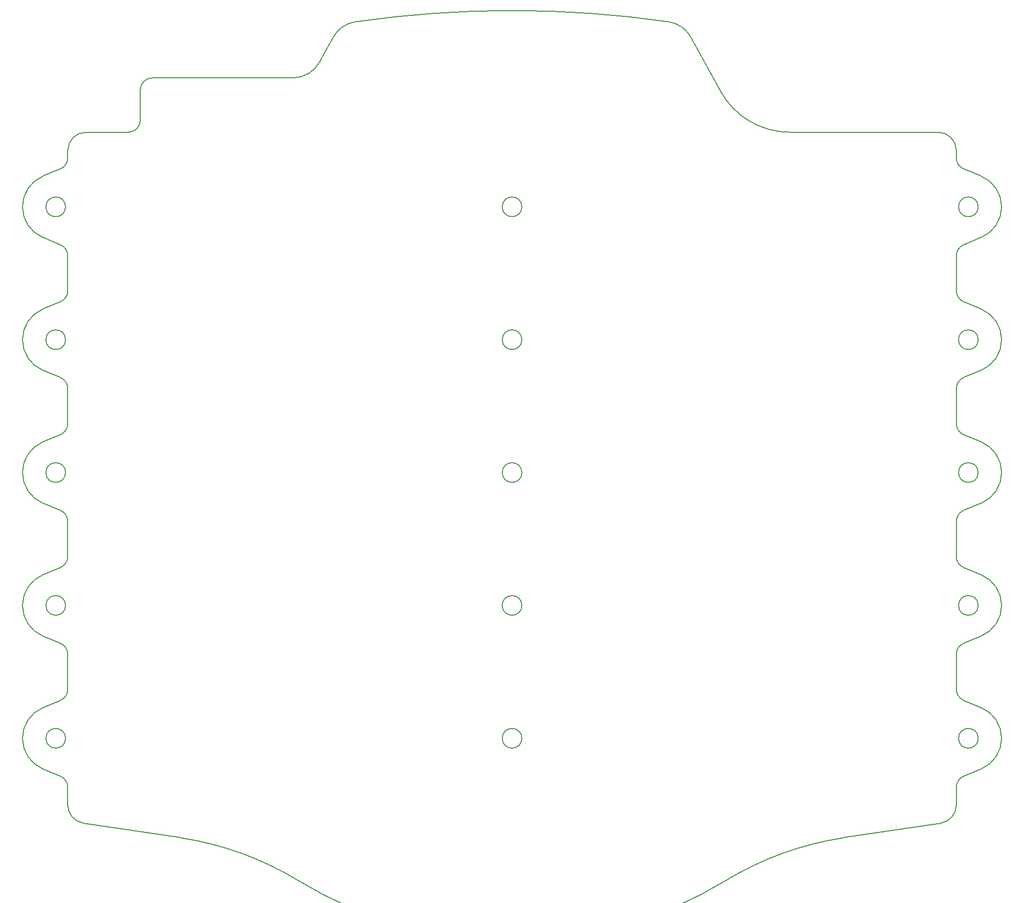
<source format=gbr>
G04 #@! TF.GenerationSoftware,KiCad,Pcbnew,(5.0.0)*
G04 #@! TF.CreationDate,2019-02-19T22:24:29-05:00*
G04 #@! TF.ProjectId,FusIon Pack,467573496F6E205061636B2E6B696361,rev?*
G04 #@! TF.SameCoordinates,Original*
G04 #@! TF.FileFunction,Profile,NP*
%FSLAX46Y46*%
G04 Gerber Fmt 4.6, Leading zero omitted, Abs format (unit mm)*
G04 Created by KiCad (PCBNEW (5.0.0)) date 02/19/19 22:24:29*
%MOMM*%
%LPD*%
G01*
G04 APERTURE LIST*
%ADD10C,0.200000*%
G04 APERTURE END LIST*
D10*
X36395241Y-95918662D02*
X39265367Y-94729817D01*
X36395241Y-117918662D02*
X39265367Y-116729817D01*
X40500000Y-114882058D02*
G75*
G02X39265367Y-116729817I-2000000J0D01*
G01*
X36395241Y-128081338D02*
G75*
G02X36395241Y-117918662I2104759J5081338D01*
G01*
X39265367Y-129270182D02*
G75*
G02X40500000Y-131117941I-765367J-1847759D01*
G01*
X40500000Y-136882058D02*
X40500000Y-131117941D01*
X36395241Y-106081338D02*
G75*
G02X36395241Y-95918662I2104759J5081338D01*
G01*
X39265367Y-107270182D02*
G75*
G02X40500000Y-109117941I-765367J-1847759D01*
G01*
X39265367Y-107270182D02*
X36395241Y-106081337D01*
X39265367Y-129270182D02*
X36395241Y-128081337D01*
X40500000Y-114882058D02*
X40500000Y-109117941D01*
X52500000Y-42650000D02*
G75*
G02X50500000Y-44650000I-2000000J0D01*
G01*
X40500000Y-48882058D02*
G75*
G02X39265367Y-50729817I-2000000J0D01*
G01*
X82143203Y-33051828D02*
G75*
G02X77757861Y-35650000I-4385342J2401828D01*
G01*
X36395241Y-51918662D02*
X39265367Y-50729817D01*
X43500000Y-44650000D02*
X50500000Y-44650000D01*
X82143202Y-33051828D02*
X84413534Y-28906577D01*
X40500000Y-48882058D02*
X40500000Y-47650000D01*
X54500000Y-35650000D02*
X77757861Y-35650000D01*
X40500000Y-47650000D02*
G75*
G02X43500000Y-44650000I3000000J0D01*
G01*
X52500000Y-37650000D02*
G75*
G02X54500000Y-35650000I2000000J0D01*
G01*
X52500000Y-42650000D02*
X52500000Y-37650000D01*
X191125000Y-145000000D02*
G75*
G03X191125000Y-145000000I-1625000J0D01*
G01*
X115625000Y-123000000D02*
G75*
G03X115625000Y-123000000I-1625000J0D01*
G01*
X115625000Y-79000000D02*
G75*
G03X115625000Y-79000000I-1625000J0D01*
G01*
X40125000Y-101000000D02*
G75*
G03X40125000Y-101000000I-1625000J0D01*
G01*
X191604759Y-139918662D02*
G75*
G02X191604759Y-150081337I-2104759J-5081338D01*
G01*
X188734633Y-138729817D02*
X191604759Y-139918662D01*
X40125000Y-145000000D02*
G75*
G03X40125000Y-145000000I-1625000J0D01*
G01*
X187500000Y-153117941D02*
X187500000Y-156067306D01*
X191604759Y-150081337D02*
X188734633Y-151270182D01*
X187500000Y-153117941D02*
G75*
G02X188734633Y-151270182I2000000J0D01*
G01*
X40125000Y-57000000D02*
G75*
G03X40125000Y-57000000I-1625000J0D01*
G01*
X39265367Y-151270182D02*
X36395241Y-150081337D01*
X59165603Y-161479975D02*
G75*
G02X78734763Y-168613174I-7911909J-52115007D01*
G01*
X149265237Y-168613174D02*
G75*
G02X78734763Y-168613174I-35265237J57723159D01*
G01*
X36395241Y-139918662D02*
X39265367Y-138729817D01*
X40500000Y-136882058D02*
G75*
G02X39265367Y-138729817I-2000000J0D01*
G01*
X59165603Y-161479976D02*
X43049711Y-159033320D01*
X39265367Y-151270182D02*
G75*
G02X40500000Y-153117941I-765367J-1847759D01*
G01*
X40500000Y-156067306D02*
X40500000Y-153117941D01*
X43049711Y-159033320D02*
G75*
G02X40500000Y-156067306I450289J2966014D01*
G01*
X149265238Y-168613174D02*
G75*
G02X168834397Y-161479976I27481068J-44981808D01*
G01*
X36395241Y-150081338D02*
G75*
G02X36395241Y-139918662I2104759J5081338D01*
G01*
X84413534Y-28906576D02*
G75*
G02X88084963Y-26359634I4385341J-2401829D01*
G01*
X188734633Y-50729817D02*
X191604759Y-51918662D01*
X160000000Y-44650000D02*
G75*
G02X148466551Y-37816807I0J13150000D01*
G01*
X188734633Y-50729817D02*
G75*
G02X187500000Y-48882058I765367J1847759D01*
G01*
X160000000Y-44650000D02*
X184500000Y-44650000D01*
X187500000Y-47650000D02*
X187500000Y-48882058D01*
X143586466Y-28906577D02*
X148466551Y-37816807D01*
X88084962Y-26359634D02*
G75*
G02X139915037Y-26359634I25915038J-179640366D01*
G01*
X184500000Y-44650000D02*
G75*
G02X187500000Y-47650000I0J-3000000D01*
G01*
X191604759Y-51918662D02*
G75*
G02X191604759Y-62081337I-2104759J-5081338D01*
G01*
X139915037Y-26359636D02*
G75*
G02X143586466Y-28906577I-713912J-4948769D01*
G01*
X39265367Y-63270182D02*
X36395241Y-62081337D01*
X40500000Y-70882058D02*
X40500000Y-65117941D01*
X39265367Y-85270182D02*
X36395241Y-84081337D01*
X40500000Y-92882058D02*
G75*
G02X39265367Y-94729817I-2000000J0D01*
G01*
X40500000Y-92882058D02*
X40500000Y-87117941D01*
X36395241Y-73918662D02*
X39265367Y-72729817D01*
X39265367Y-63270182D02*
G75*
G02X40500000Y-65117941I-765367J-1847759D01*
G01*
X40500000Y-70882058D02*
G75*
G02X39265367Y-72729817I-2000000J0D01*
G01*
X36395241Y-84081338D02*
G75*
G02X36395241Y-73918662I2104759J5081338D01*
G01*
X36395241Y-62081338D02*
G75*
G02X36395241Y-51918662I2104759J5081338D01*
G01*
X39265367Y-85270182D02*
G75*
G02X40500000Y-87117941I-765367J-1847759D01*
G01*
X40125000Y-79000000D02*
G75*
G03X40125000Y-79000000I-1625000J0D01*
G01*
X191125000Y-57000000D02*
G75*
G03X191125000Y-57000000I-1625000J0D01*
G01*
X191125000Y-79000000D02*
G75*
G03X191125000Y-79000000I-1625000J0D01*
G01*
X115625000Y-101000000D02*
G75*
G03X115625000Y-101000000I-1625000J0D01*
G01*
X191125000Y-101000000D02*
G75*
G03X191125000Y-101000000I-1625000J0D01*
G01*
X191125000Y-123000000D02*
G75*
G03X191125000Y-123000000I-1625000J0D01*
G01*
X40125000Y-123000000D02*
G75*
G03X40125000Y-123000000I-1625000J0D01*
G01*
X115625000Y-57000000D02*
G75*
G03X115625000Y-57000000I-1625000J0D01*
G01*
X115625000Y-145000000D02*
G75*
G03X115625000Y-145000000I-1625000J0D01*
G01*
X188734633Y-94729817D02*
X191604759Y-95918662D01*
X187500000Y-65117941D02*
X187500000Y-70882058D01*
X191604759Y-62081337D02*
X188734633Y-63270182D01*
X188734633Y-94729817D02*
G75*
G02X187500000Y-92882058I765367J1847759D01*
G01*
X188734633Y-72729817D02*
G75*
G02X187500000Y-70882058I765367J1847759D01*
G01*
X191604759Y-84081337D02*
X188734633Y-85270182D01*
X187500000Y-65117941D02*
G75*
G02X188734633Y-63270182I2000000J0D01*
G01*
X187500000Y-87117941D02*
X187500000Y-92882058D01*
X191604759Y-73918662D02*
G75*
G02X191604759Y-84081337I-2104759J-5081338D01*
G01*
X187500000Y-87117941D02*
G75*
G02X188734633Y-85270182I2000000J0D01*
G01*
X188734633Y-72729817D02*
X191604759Y-73918662D01*
X187500000Y-156067306D02*
G75*
G02X184950289Y-159033320I-3000000J0D01*
G01*
X184950289Y-159033320D02*
X168834397Y-161479976D01*
X187500000Y-109117941D02*
X187500000Y-114882058D01*
X187500000Y-109117941D02*
G75*
G02X188734633Y-107270182I2000000J0D01*
G01*
X191604759Y-95918662D02*
G75*
G02X191604759Y-106081337I-2104759J-5081338D01*
G01*
X191604759Y-106081337D02*
X188734633Y-107270182D01*
X188734633Y-138729817D02*
G75*
G02X187500000Y-136882058I765367J1847759D01*
G01*
X187500000Y-131117941D02*
X187500000Y-136882058D01*
X187500000Y-131117941D02*
G75*
G02X188734633Y-129270182I2000000J0D01*
G01*
X188734633Y-116729817D02*
G75*
G02X187500000Y-114882058I765367J1847759D01*
G01*
X191604759Y-128081337D02*
X188734633Y-129270182D01*
X188734633Y-116729817D02*
X191604759Y-117918662D01*
X191604759Y-117918662D02*
G75*
G02X191604759Y-128081337I-2104759J-5081338D01*
G01*
M02*

</source>
